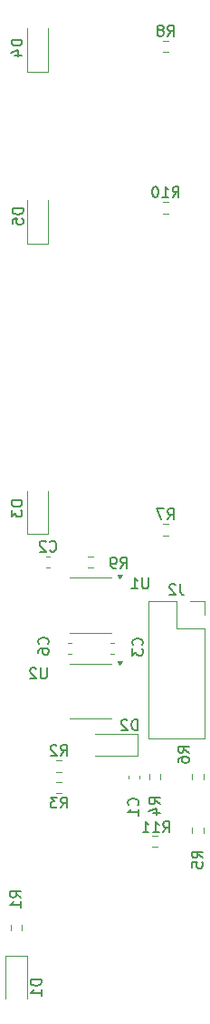
<source format=gbr>
%TF.GenerationSoftware,KiCad,Pcbnew,8.0.0*%
%TF.CreationDate,2024-08-25T22:12:22-07:00*%
%TF.ProjectId,adsr,61647372-2e6b-4696-9361-645f70636258,rev?*%
%TF.SameCoordinates,Original*%
%TF.FileFunction,Legend,Bot*%
%TF.FilePolarity,Positive*%
%FSLAX46Y46*%
G04 Gerber Fmt 4.6, Leading zero omitted, Abs format (unit mm)*
G04 Created by KiCad (PCBNEW 8.0.0) date 2024-08-25 22:12:22*
%MOMM*%
%LPD*%
G01*
G04 APERTURE LIST*
%ADD10C,0.150000*%
%ADD11C,0.120000*%
G04 APERTURE END LIST*
D10*
X103759580Y-115733333D02*
X103807200Y-115685714D01*
X103807200Y-115685714D02*
X103854819Y-115542857D01*
X103854819Y-115542857D02*
X103854819Y-115447619D01*
X103854819Y-115447619D02*
X103807200Y-115304762D01*
X103807200Y-115304762D02*
X103711961Y-115209524D01*
X103711961Y-115209524D02*
X103616723Y-115161905D01*
X103616723Y-115161905D02*
X103426247Y-115114286D01*
X103426247Y-115114286D02*
X103283390Y-115114286D01*
X103283390Y-115114286D02*
X103092914Y-115161905D01*
X103092914Y-115161905D02*
X102997676Y-115209524D01*
X102997676Y-115209524D02*
X102902438Y-115304762D01*
X102902438Y-115304762D02*
X102854819Y-115447619D01*
X102854819Y-115447619D02*
X102854819Y-115542857D01*
X102854819Y-115542857D02*
X102902438Y-115685714D01*
X102902438Y-115685714D02*
X102950057Y-115733333D01*
X102854819Y-116066667D02*
X102854819Y-116685714D01*
X102854819Y-116685714D02*
X103235771Y-116352381D01*
X103235771Y-116352381D02*
X103235771Y-116495238D01*
X103235771Y-116495238D02*
X103283390Y-116590476D01*
X103283390Y-116590476D02*
X103331009Y-116638095D01*
X103331009Y-116638095D02*
X103426247Y-116685714D01*
X103426247Y-116685714D02*
X103664342Y-116685714D01*
X103664342Y-116685714D02*
X103759580Y-116638095D01*
X103759580Y-116638095D02*
X103807200Y-116590476D01*
X103807200Y-116590476D02*
X103854819Y-116495238D01*
X103854819Y-116495238D02*
X103854819Y-116209524D01*
X103854819Y-116209524D02*
X103807200Y-116114286D01*
X103807200Y-116114286D02*
X103759580Y-116066667D01*
X107338333Y-110049819D02*
X107338333Y-110764104D01*
X107338333Y-110764104D02*
X107385952Y-110906961D01*
X107385952Y-110906961D02*
X107481190Y-111002200D01*
X107481190Y-111002200D02*
X107624047Y-111049819D01*
X107624047Y-111049819D02*
X107719285Y-111049819D01*
X106909761Y-110145057D02*
X106862142Y-110097438D01*
X106862142Y-110097438D02*
X106766904Y-110049819D01*
X106766904Y-110049819D02*
X106528809Y-110049819D01*
X106528809Y-110049819D02*
X106433571Y-110097438D01*
X106433571Y-110097438D02*
X106385952Y-110145057D01*
X106385952Y-110145057D02*
X106338333Y-110240295D01*
X106338333Y-110240295D02*
X106338333Y-110335533D01*
X106338333Y-110335533D02*
X106385952Y-110478390D01*
X106385952Y-110478390D02*
X106957380Y-111049819D01*
X106957380Y-111049819D02*
X106338333Y-111049819D01*
X96166666Y-126024819D02*
X96499999Y-125548628D01*
X96738094Y-126024819D02*
X96738094Y-125024819D01*
X96738094Y-125024819D02*
X96357142Y-125024819D01*
X96357142Y-125024819D02*
X96261904Y-125072438D01*
X96261904Y-125072438D02*
X96214285Y-125120057D01*
X96214285Y-125120057D02*
X96166666Y-125215295D01*
X96166666Y-125215295D02*
X96166666Y-125358152D01*
X96166666Y-125358152D02*
X96214285Y-125453390D01*
X96214285Y-125453390D02*
X96261904Y-125501009D01*
X96261904Y-125501009D02*
X96357142Y-125548628D01*
X96357142Y-125548628D02*
X96738094Y-125548628D01*
X95785713Y-125120057D02*
X95738094Y-125072438D01*
X95738094Y-125072438D02*
X95642856Y-125024819D01*
X95642856Y-125024819D02*
X95404761Y-125024819D01*
X95404761Y-125024819D02*
X95309523Y-125072438D01*
X95309523Y-125072438D02*
X95261904Y-125120057D01*
X95261904Y-125120057D02*
X95214285Y-125215295D01*
X95214285Y-125215295D02*
X95214285Y-125310533D01*
X95214285Y-125310533D02*
X95261904Y-125453390D01*
X95261904Y-125453390D02*
X95833332Y-126024819D01*
X95833332Y-126024819D02*
X95214285Y-126024819D01*
X104361904Y-109454819D02*
X104361904Y-110264342D01*
X104361904Y-110264342D02*
X104314285Y-110359580D01*
X104314285Y-110359580D02*
X104266666Y-110407200D01*
X104266666Y-110407200D02*
X104171428Y-110454819D01*
X104171428Y-110454819D02*
X103980952Y-110454819D01*
X103980952Y-110454819D02*
X103885714Y-110407200D01*
X103885714Y-110407200D02*
X103838095Y-110359580D01*
X103838095Y-110359580D02*
X103790476Y-110264342D01*
X103790476Y-110264342D02*
X103790476Y-109454819D01*
X102790476Y-110454819D02*
X103361904Y-110454819D01*
X103076190Y-110454819D02*
X103076190Y-109454819D01*
X103076190Y-109454819D02*
X103171428Y-109597676D01*
X103171428Y-109597676D02*
X103266666Y-109692914D01*
X103266666Y-109692914D02*
X103361904Y-109740533D01*
X92554819Y-102261905D02*
X91554819Y-102261905D01*
X91554819Y-102261905D02*
X91554819Y-102500000D01*
X91554819Y-102500000D02*
X91602438Y-102642857D01*
X91602438Y-102642857D02*
X91697676Y-102738095D01*
X91697676Y-102738095D02*
X91792914Y-102785714D01*
X91792914Y-102785714D02*
X91983390Y-102833333D01*
X91983390Y-102833333D02*
X92126247Y-102833333D01*
X92126247Y-102833333D02*
X92316723Y-102785714D01*
X92316723Y-102785714D02*
X92411961Y-102738095D01*
X92411961Y-102738095D02*
X92507200Y-102642857D01*
X92507200Y-102642857D02*
X92554819Y-102500000D01*
X92554819Y-102500000D02*
X92554819Y-102261905D01*
X91554819Y-103166667D02*
X91554819Y-103785714D01*
X91554819Y-103785714D02*
X91935771Y-103452381D01*
X91935771Y-103452381D02*
X91935771Y-103595238D01*
X91935771Y-103595238D02*
X91983390Y-103690476D01*
X91983390Y-103690476D02*
X92031009Y-103738095D01*
X92031009Y-103738095D02*
X92126247Y-103785714D01*
X92126247Y-103785714D02*
X92364342Y-103785714D01*
X92364342Y-103785714D02*
X92459580Y-103738095D01*
X92459580Y-103738095D02*
X92507200Y-103690476D01*
X92507200Y-103690476D02*
X92554819Y-103595238D01*
X92554819Y-103595238D02*
X92554819Y-103309524D01*
X92554819Y-103309524D02*
X92507200Y-103214286D01*
X92507200Y-103214286D02*
X92459580Y-103166667D01*
X94959580Y-115633333D02*
X95007200Y-115585714D01*
X95007200Y-115585714D02*
X95054819Y-115442857D01*
X95054819Y-115442857D02*
X95054819Y-115347619D01*
X95054819Y-115347619D02*
X95007200Y-115204762D01*
X95007200Y-115204762D02*
X94911961Y-115109524D01*
X94911961Y-115109524D02*
X94816723Y-115061905D01*
X94816723Y-115061905D02*
X94626247Y-115014286D01*
X94626247Y-115014286D02*
X94483390Y-115014286D01*
X94483390Y-115014286D02*
X94292914Y-115061905D01*
X94292914Y-115061905D02*
X94197676Y-115109524D01*
X94197676Y-115109524D02*
X94102438Y-115204762D01*
X94102438Y-115204762D02*
X94054819Y-115347619D01*
X94054819Y-115347619D02*
X94054819Y-115442857D01*
X94054819Y-115442857D02*
X94102438Y-115585714D01*
X94102438Y-115585714D02*
X94150057Y-115633333D01*
X94054819Y-116490476D02*
X94054819Y-116300000D01*
X94054819Y-116300000D02*
X94102438Y-116204762D01*
X94102438Y-116204762D02*
X94150057Y-116157143D01*
X94150057Y-116157143D02*
X94292914Y-116061905D01*
X94292914Y-116061905D02*
X94483390Y-116014286D01*
X94483390Y-116014286D02*
X94864342Y-116014286D01*
X94864342Y-116014286D02*
X94959580Y-116061905D01*
X94959580Y-116061905D02*
X95007200Y-116109524D01*
X95007200Y-116109524D02*
X95054819Y-116204762D01*
X95054819Y-116204762D02*
X95054819Y-116395238D01*
X95054819Y-116395238D02*
X95007200Y-116490476D01*
X95007200Y-116490476D02*
X94959580Y-116538095D01*
X94959580Y-116538095D02*
X94864342Y-116585714D01*
X94864342Y-116585714D02*
X94626247Y-116585714D01*
X94626247Y-116585714D02*
X94531009Y-116538095D01*
X94531009Y-116538095D02*
X94483390Y-116490476D01*
X94483390Y-116490476D02*
X94435771Y-116395238D01*
X94435771Y-116395238D02*
X94435771Y-116204762D01*
X94435771Y-116204762D02*
X94483390Y-116109524D01*
X94483390Y-116109524D02*
X94531009Y-116061905D01*
X94531009Y-116061905D02*
X94626247Y-116014286D01*
X106166666Y-59024819D02*
X106499999Y-58548628D01*
X106738094Y-59024819D02*
X106738094Y-58024819D01*
X106738094Y-58024819D02*
X106357142Y-58024819D01*
X106357142Y-58024819D02*
X106261904Y-58072438D01*
X106261904Y-58072438D02*
X106214285Y-58120057D01*
X106214285Y-58120057D02*
X106166666Y-58215295D01*
X106166666Y-58215295D02*
X106166666Y-58358152D01*
X106166666Y-58358152D02*
X106214285Y-58453390D01*
X106214285Y-58453390D02*
X106261904Y-58501009D01*
X106261904Y-58501009D02*
X106357142Y-58548628D01*
X106357142Y-58548628D02*
X106738094Y-58548628D01*
X105595237Y-58453390D02*
X105690475Y-58405771D01*
X105690475Y-58405771D02*
X105738094Y-58358152D01*
X105738094Y-58358152D02*
X105785713Y-58262914D01*
X105785713Y-58262914D02*
X105785713Y-58215295D01*
X105785713Y-58215295D02*
X105738094Y-58120057D01*
X105738094Y-58120057D02*
X105690475Y-58072438D01*
X105690475Y-58072438D02*
X105595237Y-58024819D01*
X105595237Y-58024819D02*
X105404761Y-58024819D01*
X105404761Y-58024819D02*
X105309523Y-58072438D01*
X105309523Y-58072438D02*
X105261904Y-58120057D01*
X105261904Y-58120057D02*
X105214285Y-58215295D01*
X105214285Y-58215295D02*
X105214285Y-58262914D01*
X105214285Y-58262914D02*
X105261904Y-58358152D01*
X105261904Y-58358152D02*
X105309523Y-58405771D01*
X105309523Y-58405771D02*
X105404761Y-58453390D01*
X105404761Y-58453390D02*
X105595237Y-58453390D01*
X105595237Y-58453390D02*
X105690475Y-58501009D01*
X105690475Y-58501009D02*
X105738094Y-58548628D01*
X105738094Y-58548628D02*
X105785713Y-58643866D01*
X105785713Y-58643866D02*
X105785713Y-58834342D01*
X105785713Y-58834342D02*
X105738094Y-58929580D01*
X105738094Y-58929580D02*
X105690475Y-58977200D01*
X105690475Y-58977200D02*
X105595237Y-59024819D01*
X105595237Y-59024819D02*
X105404761Y-59024819D01*
X105404761Y-59024819D02*
X105309523Y-58977200D01*
X105309523Y-58977200D02*
X105261904Y-58929580D01*
X105261904Y-58929580D02*
X105214285Y-58834342D01*
X105214285Y-58834342D02*
X105214285Y-58643866D01*
X105214285Y-58643866D02*
X105261904Y-58548628D01*
X105261904Y-58548628D02*
X105309523Y-58501009D01*
X105309523Y-58501009D02*
X105404761Y-58453390D01*
X103359580Y-130633333D02*
X103407200Y-130585714D01*
X103407200Y-130585714D02*
X103454819Y-130442857D01*
X103454819Y-130442857D02*
X103454819Y-130347619D01*
X103454819Y-130347619D02*
X103407200Y-130204762D01*
X103407200Y-130204762D02*
X103311961Y-130109524D01*
X103311961Y-130109524D02*
X103216723Y-130061905D01*
X103216723Y-130061905D02*
X103026247Y-130014286D01*
X103026247Y-130014286D02*
X102883390Y-130014286D01*
X102883390Y-130014286D02*
X102692914Y-130061905D01*
X102692914Y-130061905D02*
X102597676Y-130109524D01*
X102597676Y-130109524D02*
X102502438Y-130204762D01*
X102502438Y-130204762D02*
X102454819Y-130347619D01*
X102454819Y-130347619D02*
X102454819Y-130442857D01*
X102454819Y-130442857D02*
X102502438Y-130585714D01*
X102502438Y-130585714D02*
X102550057Y-130633333D01*
X103454819Y-131585714D02*
X103454819Y-131014286D01*
X103454819Y-131300000D02*
X102454819Y-131300000D01*
X102454819Y-131300000D02*
X102597676Y-131204762D01*
X102597676Y-131204762D02*
X102692914Y-131109524D01*
X102692914Y-131109524D02*
X102740533Y-131014286D01*
X92554819Y-59361905D02*
X91554819Y-59361905D01*
X91554819Y-59361905D02*
X91554819Y-59600000D01*
X91554819Y-59600000D02*
X91602438Y-59742857D01*
X91602438Y-59742857D02*
X91697676Y-59838095D01*
X91697676Y-59838095D02*
X91792914Y-59885714D01*
X91792914Y-59885714D02*
X91983390Y-59933333D01*
X91983390Y-59933333D02*
X92126247Y-59933333D01*
X92126247Y-59933333D02*
X92316723Y-59885714D01*
X92316723Y-59885714D02*
X92411961Y-59838095D01*
X92411961Y-59838095D02*
X92507200Y-59742857D01*
X92507200Y-59742857D02*
X92554819Y-59600000D01*
X92554819Y-59600000D02*
X92554819Y-59361905D01*
X91888152Y-60790476D02*
X92554819Y-60790476D01*
X91507200Y-60552381D02*
X92221485Y-60314286D01*
X92221485Y-60314286D02*
X92221485Y-60933333D01*
X101766666Y-108554819D02*
X102099999Y-108078628D01*
X102338094Y-108554819D02*
X102338094Y-107554819D01*
X102338094Y-107554819D02*
X101957142Y-107554819D01*
X101957142Y-107554819D02*
X101861904Y-107602438D01*
X101861904Y-107602438D02*
X101814285Y-107650057D01*
X101814285Y-107650057D02*
X101766666Y-107745295D01*
X101766666Y-107745295D02*
X101766666Y-107888152D01*
X101766666Y-107888152D02*
X101814285Y-107983390D01*
X101814285Y-107983390D02*
X101861904Y-108031009D01*
X101861904Y-108031009D02*
X101957142Y-108078628D01*
X101957142Y-108078628D02*
X102338094Y-108078628D01*
X101290475Y-108554819D02*
X101099999Y-108554819D01*
X101099999Y-108554819D02*
X101004761Y-108507200D01*
X101004761Y-108507200D02*
X100957142Y-108459580D01*
X100957142Y-108459580D02*
X100861904Y-108316723D01*
X100861904Y-108316723D02*
X100814285Y-108126247D01*
X100814285Y-108126247D02*
X100814285Y-107745295D01*
X100814285Y-107745295D02*
X100861904Y-107650057D01*
X100861904Y-107650057D02*
X100909523Y-107602438D01*
X100909523Y-107602438D02*
X101004761Y-107554819D01*
X101004761Y-107554819D02*
X101195237Y-107554819D01*
X101195237Y-107554819D02*
X101290475Y-107602438D01*
X101290475Y-107602438D02*
X101338094Y-107650057D01*
X101338094Y-107650057D02*
X101385713Y-107745295D01*
X101385713Y-107745295D02*
X101385713Y-107983390D01*
X101385713Y-107983390D02*
X101338094Y-108078628D01*
X101338094Y-108078628D02*
X101290475Y-108126247D01*
X101290475Y-108126247D02*
X101195237Y-108173866D01*
X101195237Y-108173866D02*
X101004761Y-108173866D01*
X101004761Y-108173866D02*
X100909523Y-108126247D01*
X100909523Y-108126247D02*
X100861904Y-108078628D01*
X100861904Y-108078628D02*
X100814285Y-107983390D01*
X105742857Y-133154819D02*
X106076190Y-132678628D01*
X106314285Y-133154819D02*
X106314285Y-132154819D01*
X106314285Y-132154819D02*
X105933333Y-132154819D01*
X105933333Y-132154819D02*
X105838095Y-132202438D01*
X105838095Y-132202438D02*
X105790476Y-132250057D01*
X105790476Y-132250057D02*
X105742857Y-132345295D01*
X105742857Y-132345295D02*
X105742857Y-132488152D01*
X105742857Y-132488152D02*
X105790476Y-132583390D01*
X105790476Y-132583390D02*
X105838095Y-132631009D01*
X105838095Y-132631009D02*
X105933333Y-132678628D01*
X105933333Y-132678628D02*
X106314285Y-132678628D01*
X104790476Y-133154819D02*
X105361904Y-133154819D01*
X105076190Y-133154819D02*
X105076190Y-132154819D01*
X105076190Y-132154819D02*
X105171428Y-132297676D01*
X105171428Y-132297676D02*
X105266666Y-132392914D01*
X105266666Y-132392914D02*
X105361904Y-132440533D01*
X103838095Y-133154819D02*
X104409523Y-133154819D01*
X104123809Y-133154819D02*
X104123809Y-132154819D01*
X104123809Y-132154819D02*
X104219047Y-132297676D01*
X104219047Y-132297676D02*
X104314285Y-132392914D01*
X104314285Y-132392914D02*
X104409523Y-132440533D01*
X92454819Y-139233333D02*
X91978628Y-138900000D01*
X92454819Y-138661905D02*
X91454819Y-138661905D01*
X91454819Y-138661905D02*
X91454819Y-139042857D01*
X91454819Y-139042857D02*
X91502438Y-139138095D01*
X91502438Y-139138095D02*
X91550057Y-139185714D01*
X91550057Y-139185714D02*
X91645295Y-139233333D01*
X91645295Y-139233333D02*
X91788152Y-139233333D01*
X91788152Y-139233333D02*
X91883390Y-139185714D01*
X91883390Y-139185714D02*
X91931009Y-139138095D01*
X91931009Y-139138095D02*
X91978628Y-139042857D01*
X91978628Y-139042857D02*
X91978628Y-138661905D01*
X92454819Y-140185714D02*
X92454819Y-139614286D01*
X92454819Y-139900000D02*
X91454819Y-139900000D01*
X91454819Y-139900000D02*
X91597676Y-139804762D01*
X91597676Y-139804762D02*
X91692914Y-139709524D01*
X91692914Y-139709524D02*
X91740533Y-139614286D01*
X106642857Y-74024819D02*
X106976190Y-73548628D01*
X107214285Y-74024819D02*
X107214285Y-73024819D01*
X107214285Y-73024819D02*
X106833333Y-73024819D01*
X106833333Y-73024819D02*
X106738095Y-73072438D01*
X106738095Y-73072438D02*
X106690476Y-73120057D01*
X106690476Y-73120057D02*
X106642857Y-73215295D01*
X106642857Y-73215295D02*
X106642857Y-73358152D01*
X106642857Y-73358152D02*
X106690476Y-73453390D01*
X106690476Y-73453390D02*
X106738095Y-73501009D01*
X106738095Y-73501009D02*
X106833333Y-73548628D01*
X106833333Y-73548628D02*
X107214285Y-73548628D01*
X105690476Y-74024819D02*
X106261904Y-74024819D01*
X105976190Y-74024819D02*
X105976190Y-73024819D01*
X105976190Y-73024819D02*
X106071428Y-73167676D01*
X106071428Y-73167676D02*
X106166666Y-73262914D01*
X106166666Y-73262914D02*
X106261904Y-73310533D01*
X105071428Y-73024819D02*
X104976190Y-73024819D01*
X104976190Y-73024819D02*
X104880952Y-73072438D01*
X104880952Y-73072438D02*
X104833333Y-73120057D01*
X104833333Y-73120057D02*
X104785714Y-73215295D01*
X104785714Y-73215295D02*
X104738095Y-73405771D01*
X104738095Y-73405771D02*
X104738095Y-73643866D01*
X104738095Y-73643866D02*
X104785714Y-73834342D01*
X104785714Y-73834342D02*
X104833333Y-73929580D01*
X104833333Y-73929580D02*
X104880952Y-73977200D01*
X104880952Y-73977200D02*
X104976190Y-74024819D01*
X104976190Y-74024819D02*
X105071428Y-74024819D01*
X105071428Y-74024819D02*
X105166666Y-73977200D01*
X105166666Y-73977200D02*
X105214285Y-73929580D01*
X105214285Y-73929580D02*
X105261904Y-73834342D01*
X105261904Y-73834342D02*
X105309523Y-73643866D01*
X105309523Y-73643866D02*
X105309523Y-73405771D01*
X105309523Y-73405771D02*
X105261904Y-73215295D01*
X105261904Y-73215295D02*
X105214285Y-73120057D01*
X105214285Y-73120057D02*
X105166666Y-73072438D01*
X105166666Y-73072438D02*
X105071428Y-73024819D01*
X92654819Y-75061905D02*
X91654819Y-75061905D01*
X91654819Y-75061905D02*
X91654819Y-75300000D01*
X91654819Y-75300000D02*
X91702438Y-75442857D01*
X91702438Y-75442857D02*
X91797676Y-75538095D01*
X91797676Y-75538095D02*
X91892914Y-75585714D01*
X91892914Y-75585714D02*
X92083390Y-75633333D01*
X92083390Y-75633333D02*
X92226247Y-75633333D01*
X92226247Y-75633333D02*
X92416723Y-75585714D01*
X92416723Y-75585714D02*
X92511961Y-75538095D01*
X92511961Y-75538095D02*
X92607200Y-75442857D01*
X92607200Y-75442857D02*
X92654819Y-75300000D01*
X92654819Y-75300000D02*
X92654819Y-75061905D01*
X91654819Y-76538095D02*
X91654819Y-76061905D01*
X91654819Y-76061905D02*
X92131009Y-76014286D01*
X92131009Y-76014286D02*
X92083390Y-76061905D01*
X92083390Y-76061905D02*
X92035771Y-76157143D01*
X92035771Y-76157143D02*
X92035771Y-76395238D01*
X92035771Y-76395238D02*
X92083390Y-76490476D01*
X92083390Y-76490476D02*
X92131009Y-76538095D01*
X92131009Y-76538095D02*
X92226247Y-76585714D01*
X92226247Y-76585714D02*
X92464342Y-76585714D01*
X92464342Y-76585714D02*
X92559580Y-76538095D01*
X92559580Y-76538095D02*
X92607200Y-76490476D01*
X92607200Y-76490476D02*
X92654819Y-76395238D01*
X92654819Y-76395238D02*
X92654819Y-76157143D01*
X92654819Y-76157143D02*
X92607200Y-76061905D01*
X92607200Y-76061905D02*
X92559580Y-76014286D01*
X95166666Y-106929580D02*
X95214285Y-106977200D01*
X95214285Y-106977200D02*
X95357142Y-107024819D01*
X95357142Y-107024819D02*
X95452380Y-107024819D01*
X95452380Y-107024819D02*
X95595237Y-106977200D01*
X95595237Y-106977200D02*
X95690475Y-106881961D01*
X95690475Y-106881961D02*
X95738094Y-106786723D01*
X95738094Y-106786723D02*
X95785713Y-106596247D01*
X95785713Y-106596247D02*
X95785713Y-106453390D01*
X95785713Y-106453390D02*
X95738094Y-106262914D01*
X95738094Y-106262914D02*
X95690475Y-106167676D01*
X95690475Y-106167676D02*
X95595237Y-106072438D01*
X95595237Y-106072438D02*
X95452380Y-106024819D01*
X95452380Y-106024819D02*
X95357142Y-106024819D01*
X95357142Y-106024819D02*
X95214285Y-106072438D01*
X95214285Y-106072438D02*
X95166666Y-106120057D01*
X94785713Y-106120057D02*
X94738094Y-106072438D01*
X94738094Y-106072438D02*
X94642856Y-106024819D01*
X94642856Y-106024819D02*
X94404761Y-106024819D01*
X94404761Y-106024819D02*
X94309523Y-106072438D01*
X94309523Y-106072438D02*
X94261904Y-106120057D01*
X94261904Y-106120057D02*
X94214285Y-106215295D01*
X94214285Y-106215295D02*
X94214285Y-106310533D01*
X94214285Y-106310533D02*
X94261904Y-106453390D01*
X94261904Y-106453390D02*
X94833332Y-107024819D01*
X94833332Y-107024819D02*
X94214285Y-107024819D01*
X94354819Y-146861905D02*
X93354819Y-146861905D01*
X93354819Y-146861905D02*
X93354819Y-147100000D01*
X93354819Y-147100000D02*
X93402438Y-147242857D01*
X93402438Y-147242857D02*
X93497676Y-147338095D01*
X93497676Y-147338095D02*
X93592914Y-147385714D01*
X93592914Y-147385714D02*
X93783390Y-147433333D01*
X93783390Y-147433333D02*
X93926247Y-147433333D01*
X93926247Y-147433333D02*
X94116723Y-147385714D01*
X94116723Y-147385714D02*
X94211961Y-147338095D01*
X94211961Y-147338095D02*
X94307200Y-147242857D01*
X94307200Y-147242857D02*
X94354819Y-147100000D01*
X94354819Y-147100000D02*
X94354819Y-146861905D01*
X94354819Y-148385714D02*
X94354819Y-147814286D01*
X94354819Y-148100000D02*
X93354819Y-148100000D01*
X93354819Y-148100000D02*
X93497676Y-148004762D01*
X93497676Y-148004762D02*
X93592914Y-147909524D01*
X93592914Y-147909524D02*
X93640533Y-147814286D01*
X109454819Y-135533333D02*
X108978628Y-135200000D01*
X109454819Y-134961905D02*
X108454819Y-134961905D01*
X108454819Y-134961905D02*
X108454819Y-135342857D01*
X108454819Y-135342857D02*
X108502438Y-135438095D01*
X108502438Y-135438095D02*
X108550057Y-135485714D01*
X108550057Y-135485714D02*
X108645295Y-135533333D01*
X108645295Y-135533333D02*
X108788152Y-135533333D01*
X108788152Y-135533333D02*
X108883390Y-135485714D01*
X108883390Y-135485714D02*
X108931009Y-135438095D01*
X108931009Y-135438095D02*
X108978628Y-135342857D01*
X108978628Y-135342857D02*
X108978628Y-134961905D01*
X108454819Y-136438095D02*
X108454819Y-135961905D01*
X108454819Y-135961905D02*
X108931009Y-135914286D01*
X108931009Y-135914286D02*
X108883390Y-135961905D01*
X108883390Y-135961905D02*
X108835771Y-136057143D01*
X108835771Y-136057143D02*
X108835771Y-136295238D01*
X108835771Y-136295238D02*
X108883390Y-136390476D01*
X108883390Y-136390476D02*
X108931009Y-136438095D01*
X108931009Y-136438095D02*
X109026247Y-136485714D01*
X109026247Y-136485714D02*
X109264342Y-136485714D01*
X109264342Y-136485714D02*
X109359580Y-136438095D01*
X109359580Y-136438095D02*
X109407200Y-136390476D01*
X109407200Y-136390476D02*
X109454819Y-136295238D01*
X109454819Y-136295238D02*
X109454819Y-136057143D01*
X109454819Y-136057143D02*
X109407200Y-135961905D01*
X109407200Y-135961905D02*
X109359580Y-135914286D01*
X106166666Y-104024819D02*
X106499999Y-103548628D01*
X106738094Y-104024819D02*
X106738094Y-103024819D01*
X106738094Y-103024819D02*
X106357142Y-103024819D01*
X106357142Y-103024819D02*
X106261904Y-103072438D01*
X106261904Y-103072438D02*
X106214285Y-103120057D01*
X106214285Y-103120057D02*
X106166666Y-103215295D01*
X106166666Y-103215295D02*
X106166666Y-103358152D01*
X106166666Y-103358152D02*
X106214285Y-103453390D01*
X106214285Y-103453390D02*
X106261904Y-103501009D01*
X106261904Y-103501009D02*
X106357142Y-103548628D01*
X106357142Y-103548628D02*
X106738094Y-103548628D01*
X105833332Y-103024819D02*
X105166666Y-103024819D01*
X105166666Y-103024819D02*
X105595237Y-104024819D01*
X94861904Y-117854819D02*
X94861904Y-118664342D01*
X94861904Y-118664342D02*
X94814285Y-118759580D01*
X94814285Y-118759580D02*
X94766666Y-118807200D01*
X94766666Y-118807200D02*
X94671428Y-118854819D01*
X94671428Y-118854819D02*
X94480952Y-118854819D01*
X94480952Y-118854819D02*
X94385714Y-118807200D01*
X94385714Y-118807200D02*
X94338095Y-118759580D01*
X94338095Y-118759580D02*
X94290476Y-118664342D01*
X94290476Y-118664342D02*
X94290476Y-117854819D01*
X93861904Y-117950057D02*
X93814285Y-117902438D01*
X93814285Y-117902438D02*
X93719047Y-117854819D01*
X93719047Y-117854819D02*
X93480952Y-117854819D01*
X93480952Y-117854819D02*
X93385714Y-117902438D01*
X93385714Y-117902438D02*
X93338095Y-117950057D01*
X93338095Y-117950057D02*
X93290476Y-118045295D01*
X93290476Y-118045295D02*
X93290476Y-118140533D01*
X93290476Y-118140533D02*
X93338095Y-118283390D01*
X93338095Y-118283390D02*
X93909523Y-118854819D01*
X93909523Y-118854819D02*
X93290476Y-118854819D01*
X105454819Y-130533333D02*
X104978628Y-130200000D01*
X105454819Y-129961905D02*
X104454819Y-129961905D01*
X104454819Y-129961905D02*
X104454819Y-130342857D01*
X104454819Y-130342857D02*
X104502438Y-130438095D01*
X104502438Y-130438095D02*
X104550057Y-130485714D01*
X104550057Y-130485714D02*
X104645295Y-130533333D01*
X104645295Y-130533333D02*
X104788152Y-130533333D01*
X104788152Y-130533333D02*
X104883390Y-130485714D01*
X104883390Y-130485714D02*
X104931009Y-130438095D01*
X104931009Y-130438095D02*
X104978628Y-130342857D01*
X104978628Y-130342857D02*
X104978628Y-129961905D01*
X104788152Y-131390476D02*
X105454819Y-131390476D01*
X104407200Y-131152381D02*
X105121485Y-130914286D01*
X105121485Y-130914286D02*
X105121485Y-131533333D01*
X103338094Y-123654819D02*
X103338094Y-122654819D01*
X103338094Y-122654819D02*
X103099999Y-122654819D01*
X103099999Y-122654819D02*
X102957142Y-122702438D01*
X102957142Y-122702438D02*
X102861904Y-122797676D01*
X102861904Y-122797676D02*
X102814285Y-122892914D01*
X102814285Y-122892914D02*
X102766666Y-123083390D01*
X102766666Y-123083390D02*
X102766666Y-123226247D01*
X102766666Y-123226247D02*
X102814285Y-123416723D01*
X102814285Y-123416723D02*
X102861904Y-123511961D01*
X102861904Y-123511961D02*
X102957142Y-123607200D01*
X102957142Y-123607200D02*
X103099999Y-123654819D01*
X103099999Y-123654819D02*
X103338094Y-123654819D01*
X102385713Y-122750057D02*
X102338094Y-122702438D01*
X102338094Y-122702438D02*
X102242856Y-122654819D01*
X102242856Y-122654819D02*
X102004761Y-122654819D01*
X102004761Y-122654819D02*
X101909523Y-122702438D01*
X101909523Y-122702438D02*
X101861904Y-122750057D01*
X101861904Y-122750057D02*
X101814285Y-122845295D01*
X101814285Y-122845295D02*
X101814285Y-122940533D01*
X101814285Y-122940533D02*
X101861904Y-123083390D01*
X101861904Y-123083390D02*
X102433332Y-123654819D01*
X102433332Y-123654819D02*
X101814285Y-123654819D01*
X108154819Y-125733333D02*
X107678628Y-125400000D01*
X108154819Y-125161905D02*
X107154819Y-125161905D01*
X107154819Y-125161905D02*
X107154819Y-125542857D01*
X107154819Y-125542857D02*
X107202438Y-125638095D01*
X107202438Y-125638095D02*
X107250057Y-125685714D01*
X107250057Y-125685714D02*
X107345295Y-125733333D01*
X107345295Y-125733333D02*
X107488152Y-125733333D01*
X107488152Y-125733333D02*
X107583390Y-125685714D01*
X107583390Y-125685714D02*
X107631009Y-125638095D01*
X107631009Y-125638095D02*
X107678628Y-125542857D01*
X107678628Y-125542857D02*
X107678628Y-125161905D01*
X107154819Y-126590476D02*
X107154819Y-126400000D01*
X107154819Y-126400000D02*
X107202438Y-126304762D01*
X107202438Y-126304762D02*
X107250057Y-126257143D01*
X107250057Y-126257143D02*
X107392914Y-126161905D01*
X107392914Y-126161905D02*
X107583390Y-126114286D01*
X107583390Y-126114286D02*
X107964342Y-126114286D01*
X107964342Y-126114286D02*
X108059580Y-126161905D01*
X108059580Y-126161905D02*
X108107200Y-126209524D01*
X108107200Y-126209524D02*
X108154819Y-126304762D01*
X108154819Y-126304762D02*
X108154819Y-126495238D01*
X108154819Y-126495238D02*
X108107200Y-126590476D01*
X108107200Y-126590476D02*
X108059580Y-126638095D01*
X108059580Y-126638095D02*
X107964342Y-126685714D01*
X107964342Y-126685714D02*
X107726247Y-126685714D01*
X107726247Y-126685714D02*
X107631009Y-126638095D01*
X107631009Y-126638095D02*
X107583390Y-126590476D01*
X107583390Y-126590476D02*
X107535771Y-126495238D01*
X107535771Y-126495238D02*
X107535771Y-126304762D01*
X107535771Y-126304762D02*
X107583390Y-126209524D01*
X107583390Y-126209524D02*
X107631009Y-126161905D01*
X107631009Y-126161905D02*
X107726247Y-126114286D01*
X96166666Y-130884819D02*
X96499999Y-130408628D01*
X96738094Y-130884819D02*
X96738094Y-129884819D01*
X96738094Y-129884819D02*
X96357142Y-129884819D01*
X96357142Y-129884819D02*
X96261904Y-129932438D01*
X96261904Y-129932438D02*
X96214285Y-129980057D01*
X96214285Y-129980057D02*
X96166666Y-130075295D01*
X96166666Y-130075295D02*
X96166666Y-130218152D01*
X96166666Y-130218152D02*
X96214285Y-130313390D01*
X96214285Y-130313390D02*
X96261904Y-130361009D01*
X96261904Y-130361009D02*
X96357142Y-130408628D01*
X96357142Y-130408628D02*
X96738094Y-130408628D01*
X95833332Y-129884819D02*
X95214285Y-129884819D01*
X95214285Y-129884819D02*
X95547618Y-130265771D01*
X95547618Y-130265771D02*
X95404761Y-130265771D01*
X95404761Y-130265771D02*
X95309523Y-130313390D01*
X95309523Y-130313390D02*
X95261904Y-130361009D01*
X95261904Y-130361009D02*
X95214285Y-130456247D01*
X95214285Y-130456247D02*
X95214285Y-130694342D01*
X95214285Y-130694342D02*
X95261904Y-130789580D01*
X95261904Y-130789580D02*
X95309523Y-130837200D01*
X95309523Y-130837200D02*
X95404761Y-130884819D01*
X95404761Y-130884819D02*
X95690475Y-130884819D01*
X95690475Y-130884819D02*
X95785713Y-130837200D01*
X95785713Y-130837200D02*
X95833332Y-130789580D01*
D11*
%TO.C,C3*%
X101146267Y-115490000D02*
X100853733Y-115490000D01*
X101146267Y-116510000D02*
X100853733Y-116510000D01*
%TO.C,J2*%
X104405000Y-111595000D02*
X107005000Y-111595000D01*
X104405000Y-124415000D02*
X104405000Y-111595000D01*
X104405000Y-124415000D02*
X109605000Y-124415000D01*
X107005000Y-111595000D02*
X107005000Y-114195000D01*
X107005000Y-114195000D02*
X109605000Y-114195000D01*
X108275000Y-111595000D02*
X109605000Y-111595000D01*
X109605000Y-111595000D02*
X109605000Y-112925000D01*
X109605000Y-124415000D02*
X109605000Y-114195000D01*
%TO.C,R2*%
X95745276Y-126477500D02*
X96254724Y-126477500D01*
X95745276Y-127522500D02*
X96254724Y-127522500D01*
%TO.C,U1*%
X97050000Y-109440000D02*
X99000000Y-109440000D01*
X97050000Y-114560000D02*
X99000000Y-114560000D01*
X100950000Y-109440000D02*
X99000000Y-109440000D01*
X100950000Y-114560000D02*
X99000000Y-114560000D01*
X101700000Y-109535000D02*
X101460000Y-109205000D01*
X101940000Y-109205000D01*
X101700000Y-109535000D01*
G36*
X101700000Y-109535000D02*
G01*
X101460000Y-109205000D01*
X101940000Y-109205000D01*
X101700000Y-109535000D01*
G37*
%TO.C,D3*%
X93000000Y-101350000D02*
X93000000Y-105360000D01*
X93000000Y-105360000D02*
X95000000Y-105360000D01*
X95000000Y-101350000D02*
X95000000Y-105360000D01*
%TO.C,C6*%
X97146267Y-115490000D02*
X96853733Y-115490000D01*
X97146267Y-116510000D02*
X96853733Y-116510000D01*
%TO.C,R8*%
X105745276Y-59477500D02*
X106254724Y-59477500D01*
X105745276Y-60522500D02*
X106254724Y-60522500D01*
%TO.C,C1*%
X102490000Y-127853733D02*
X102490000Y-128146267D01*
X103510000Y-127853733D02*
X103510000Y-128146267D01*
%TO.C,D4*%
X93000000Y-58305000D02*
X93000000Y-62315000D01*
X93000000Y-62315000D02*
X95000000Y-62315000D01*
X95000000Y-58305000D02*
X95000000Y-62315000D01*
%TO.C,R9*%
X99254724Y-107477500D02*
X98745276Y-107477500D01*
X99254724Y-108522500D02*
X98745276Y-108522500D01*
%TO.C,R11*%
X105254724Y-133477500D02*
X104745276Y-133477500D01*
X105254724Y-134522500D02*
X104745276Y-134522500D01*
%TO.C,R1*%
X91477500Y-142254724D02*
X91477500Y-141745276D01*
X92522500Y-142254724D02*
X92522500Y-141745276D01*
%TO.C,R10*%
X105745276Y-74477500D02*
X106254724Y-74477500D01*
X105745276Y-75522500D02*
X106254724Y-75522500D01*
%TO.C,D5*%
X93022500Y-74327500D02*
X93022500Y-78337500D01*
X93022500Y-78337500D02*
X95022500Y-78337500D01*
X95022500Y-74327500D02*
X95022500Y-78337500D01*
%TO.C,C2*%
X94853733Y-107490000D02*
X95146267Y-107490000D01*
X94853733Y-108510000D02*
X95146267Y-108510000D01*
%TO.C,D1*%
X91022500Y-148672500D02*
X91022500Y-144662500D01*
X93022500Y-144662500D02*
X91022500Y-144662500D01*
X93022500Y-148672500D02*
X93022500Y-144662500D01*
%TO.C,R5*%
X108477500Y-132745276D02*
X108477500Y-133254724D01*
X109522500Y-132745276D02*
X109522500Y-133254724D01*
%TO.C,R7*%
X105745276Y-104477500D02*
X106254724Y-104477500D01*
X105745276Y-105522500D02*
X106254724Y-105522500D01*
%TO.C,U2*%
X97050000Y-117440000D02*
X99000000Y-117440000D01*
X97050000Y-122560000D02*
X99000000Y-122560000D01*
X100950000Y-117440000D02*
X99000000Y-117440000D01*
X100950000Y-122560000D02*
X99000000Y-122560000D01*
X101700000Y-117535000D02*
X101460000Y-117205000D01*
X101940000Y-117205000D01*
X101700000Y-117535000D01*
G36*
X101700000Y-117535000D02*
G01*
X101460000Y-117205000D01*
X101940000Y-117205000D01*
X101700000Y-117535000D01*
G37*
%TO.C,R4*%
X104477500Y-128254724D02*
X104477500Y-127745276D01*
X105522500Y-128254724D02*
X105522500Y-127745276D01*
%TO.C,D2*%
X99350000Y-124000000D02*
X103360000Y-124000000D01*
X99350000Y-126000000D02*
X103360000Y-126000000D01*
X103360000Y-126000000D02*
X103360000Y-124000000D01*
%TO.C,R6*%
X108477500Y-128254724D02*
X108477500Y-127745276D01*
X109522500Y-128254724D02*
X109522500Y-127745276D01*
%TO.C,R3*%
X96254724Y-128477500D02*
X95745276Y-128477500D01*
X96254724Y-129522500D02*
X95745276Y-129522500D01*
%TD*%
M02*

</source>
